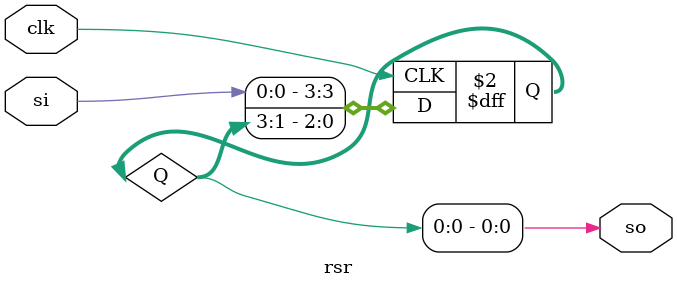
<source format=v>
/*-------------------------------------------------------------------------
 *
 *  Copyright (c) 2020 by Hyuk Soo Yeo, All rights reserved.
 *
 *  File name  : adder2.v
 *  Written by : Yeo, Hyuk Soo
 *               2016312761
 *               School of Software
 *               Sungkyunkwan University
 *  Written on : October 10, 2020
 *  Version    : 1.0
 *  Design     : Four bit right shift register:
 *               do right shifting for 4 bits, and
 *               produce shifted 4 bits and 
		 left most significant bit output.
 *
 *  Modification History:
 *      * October 10, 2020  by Hyuk Soo Yeo
 *        v1.0 released.
 *
 *  This program works by rising edge of clock.
 *
 *-------------------------------------------------------------------------*/

`timescale 1ns/1ns

/*------------------------------------------------------------
 *  Module: rsr
 *
 *  Description:
 *    This is an implementation of right shift register.
 *    I use combinational logic circuit for assigning output
 *    and updated 4 bits.
 *------------------------------------------------------------*/

module rsr(si, clk, so);
input si;
input clk;
output so;

parameter NBITS = 4;
//  We need bits storage working like queue.
reg [NBITS-1:0] Q;

assign so = Q[0];
always @ (posedge clk) begin
    Q <= {si, Q[NBITS-1:1]};
end

endmodule
</source>
